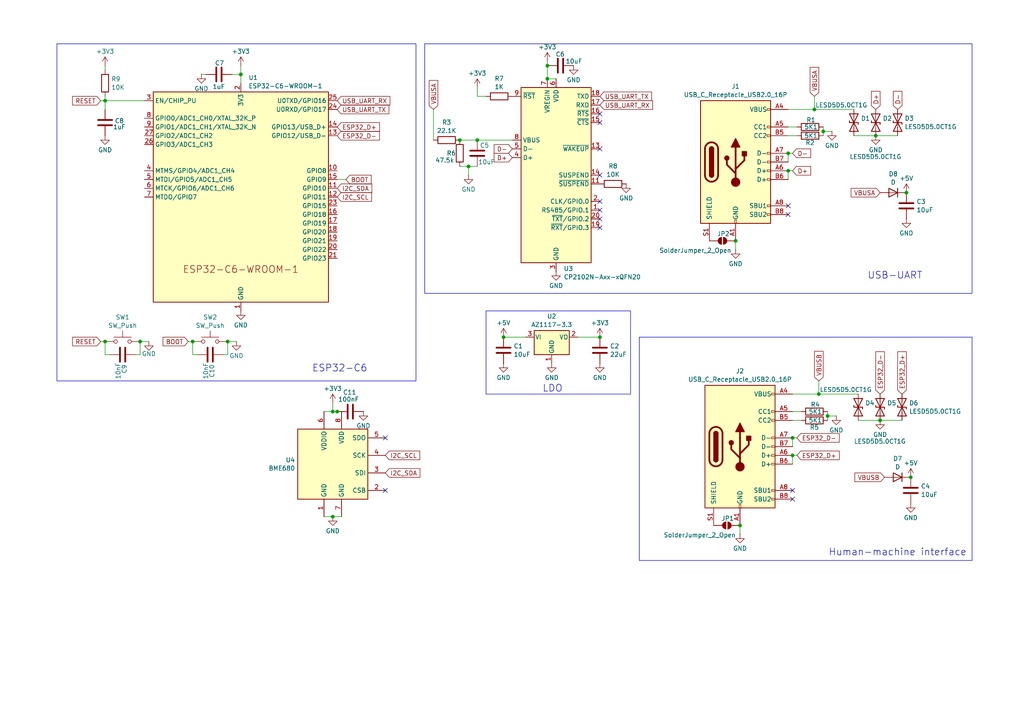
<source format=kicad_sch>
(kicad_sch (version 20231120) (generator "eeschema") (generator_version "8.0")
  (paper "A4")
  (lib_symbols
    (symbol "Connector:USB_C_Receptacle_USB2.0_16P" (pin_names (offset 1.016))
      (property "Reference" "J" (at 0 22.225 0))
      (property "Value" "USB_C_Receptacle_USB2.0_16P" (at 0 19.685 0))
      (symbol "USB_C_Receptacle_USB2.0_16P_0_0"
        (rectangle (start -0.254 -17.78) (end 0.254 -16.764))
        (rectangle (start 10.16 -14.986) (end 9.144 -15.494))
        (rectangle (start 10.16 -12.446) (end 9.144 -12.954))
        (rectangle (start 10.16 -4.826) (end 9.144 -5.334))
        (rectangle (start 10.16 -2.286) (end 9.144 -2.794))
        (rectangle (start 10.16 0.254) (end 9.144 -0.254))
        (rectangle (start 10.16 2.794) (end 9.144 2.286))
        (rectangle (start 10.16 7.874) (end 9.144 7.366))
        (rectangle (start 10.16 10.414) (end 9.144 9.906))
        (rectangle (start 10.16 15.494) (end 9.144 14.986))
      )
      (symbol "USB_C_Receptacle_USB2.0_16P_0_1"
        (rectangle (start -10.16 17.78) (end 10.16 -17.78) (stroke (width 0.254)) (fill (type background)))
        (arc (start -8.89 -3.81) (mid -6.985 -5.7067) (end -5.08 -3.81) (stroke (width 0.508)))
        (arc (start -7.62 -3.81) (mid -6.985 -4.4423) (end -6.35 -3.81) (stroke (width 0.254)))
        (arc (start -7.62 -3.81) (mid -6.985 -4.4423) (end -6.35 -3.81) (stroke (width 0.254)) (fill (type outline)))
        (rectangle (start -7.62 -3.81) (end -6.35 3.81) (stroke (width 0.254)) (fill (type outline)))
        (arc (start -6.35 3.81) (mid -6.985 4.4423) (end -7.62 3.81) (stroke (width 0.254)))
        (arc (start -6.35 3.81) (mid -6.985 4.4423) (end -7.62 3.81) (stroke (width 0.254)) (fill (type outline)))
        (arc (start -5.08 3.81) (mid -6.985 5.7067) (end -8.89 3.81) (stroke (width 0.508)))
        (circle (center -2.54 1.143) (radius 0.635) (stroke (width 0.254)) (fill (type outline)))
        (circle (center 0 -5.842) (radius 1.27) (fill (type outline)))
        (polyline (pts (xy -8.89 -3.81) (xy -8.89 3.81)) (stroke (width 0.508)))
        (polyline (pts (xy -5.08 3.81) (xy -5.08 -3.81)) (stroke (width 0.508)))
        (polyline (pts (xy 0 -5.842) (xy 0 4.318)) (stroke (width 0.508)))
        (polyline (pts (xy 0 -3.302) (xy -2.54 -0.762) (xy -2.54 0.508)) (stroke (width 0.508)))
        (polyline (pts (xy 0 -2.032) (xy 2.54 0.508) (xy 2.54 1.778)) (stroke (width 0.508)))
        (polyline (pts (xy -1.27 4.318) (xy 0 6.858) (xy 1.27 4.318) (xy -1.27 4.318)) (stroke (width 0.254)) (fill (type outline)))
        (rectangle (start 1.905 1.778) (end 3.175 3.048) (stroke (width 0.254)) (fill (type outline)))
      )
      (symbol "USB_C_Receptacle_USB2.0_16P_1_1"
        (pin passive line (at 0 -22.86 90) (length 5.08) (name "GND") (number "A1"))
        (pin passive line (at 0 -22.86 90) (length 5.08) hide (name "GND") (number "A12"))
        (pin passive line (at 15.24 15.24 180) (length 5.08) (name "VBUS") (number "A4"))
        (pin bidirectional line (at 15.24 10.16 180) (length 5.08) (name "CC1") (number "A5"))
        (pin bidirectional line (at 15.24 -2.54 180) (length 5.08) (name "D+") (number "A6"))
        (pin bidirectional line (at 15.24 2.54 180) (length 5.08) (name "D-") (number "A7"))
        (pin bidirectional line (at 15.24 -12.7 180) (length 5.08) (name "SBU1") (number "A8"))
        (pin passive line (at 15.24 15.24 180) (length 5.08) hide (name "VBUS") (number "A9"))
        (pin passive line (at 0 -22.86 90) (length 5.08) hide (name "GND") (number "B1"))
        (pin passive line (at 0 -22.86 90) (length 5.08) hide (name "GND") (number "B12"))
        (pin passive line (at 15.24 15.24 180) (length 5.08) hide (name "VBUS") (number "B4"))
        (pin bidirectional line (at 15.24 7.62 180) (length 5.08) (name "CC2") (number "B5"))
        (pin bidirectional line (at 15.24 -5.08 180) (length 5.08) (name "D+") (number "B6"))
        (pin bidirectional line (at 15.24 0 180) (length 5.08) (name "D-") (number "B7"))
        (pin bidirectional line (at 15.24 -15.24 180) (length 5.08) (name "SBU2") (number "B8"))
        (pin passive line (at 15.24 15.24 180) (length 5.08) hide (name "VBUS") (number "B9"))
        (pin passive line (at -7.62 -22.86 90) (length 5.08) (name "SHIELD") (number "S1"))
      )
    )
    (symbol "Device:C" (pin_numbers hide) (pin_names (offset 0.254))
      (property "Reference" "C" (at 0.635 2.54 0))
      (property "Value" "C" (at 0.635 -2.54 0))
      (symbol "C_0_1"
        (polyline (pts (xy -2.032 -0.762) (xy 2.032 -0.762)) (stroke (width 0.508)))
        (polyline (pts (xy -2.032 0.762) (xy 2.032 0.762)) (stroke (width 0.508)))
      )
      (symbol "C_1_1"
        (pin passive line (at 0 3.81 270) (length 2.794) (name "~") (number "1"))
        (pin passive line (at 0 -3.81 90) (length 2.794) (name "~") (number "2"))
      )
    )
    (symbol "Device:D" (pin_numbers hide) (pin_names (offset 1.016) hide)
      (property "Reference" "D" (at 0 2.54 0))
      (property "Value" "D" (at 0 -2.54 0))
      (symbol "D_0_1"
        (polyline (pts (xy -1.27 1.27) (xy -1.27 -1.27)) (stroke (width 0.254)))
        (polyline (pts (xy 1.27 0) (xy -1.27 0)))
        (polyline (pts (xy 1.27 1.27) (xy 1.27 -1.27) (xy -1.27 0) (xy 1.27 1.27)) (stroke (width 0.254)))
      )
      (symbol "D_1_1"
        (pin passive line (at -3.81 0 0) (length 2.54) (name "K") (number "1"))
        (pin passive line (at 3.81 0 180) (length 2.54) (name "A") (number "2"))
      )
    )
    (symbol "Device:R" (pin_numbers hide) (pin_names (offset 0))
      (property "Reference" "R" (at 2.032 0 90))
      (property "Value" "R" (at 0 0 90))
      (symbol "R_0_1"
        (rectangle (start -1.016 -2.54) (end 1.016 2.54) (stroke (width 0.254)))
      )
      (symbol "R_1_1"
        (pin passive line (at 0 3.81 270) (length 1.27) (name "~") (number "1"))
        (pin passive line (at 0 -3.81 90) (length 1.27) (name "~") (number "2"))
      )
    )
    (symbol "Diode:1.5KExxCA" (pin_numbers hide) (pin_names (offset 1.016) hide)
      (property "Reference" "D" (at 0 2.54 0))
      (property "Value" "1.5KExxCA" (at 0 -2.54 0))
      (symbol "1.5KExxCA_0_1"
        (polyline (pts (xy 1.27 0) (xy -1.27 0)))
        (polyline (pts (xy -2.54 -1.27) (xy 0 0) (xy -2.54 1.27) (xy -2.54 -1.27)) (stroke (width 0.254)))
        (polyline (pts (xy 0.508 1.27) (xy 0 1.27) (xy 0 -1.27) (xy -0.508 -1.27)) (stroke (width 0.254)))
        (polyline (pts (xy 2.54 1.27) (xy 2.54 -1.27) (xy 0 0) (xy 2.54 1.27)) (stroke (width 0.254)))
      )
      (symbol "1.5KExxCA_1_1"
        (pin passive line (at -3.81 0 0) (length 2.54) (name "A1") (number "1"))
        (pin passive line (at 3.81 0 180) (length 2.54) (name "A2") (number "2"))
      )
    )
    (symbol "Interface_USB:CP2102N-Axx-xQFN20"
      (property "Reference" "U" (at -8.89 26.67 0))
      (property "Value" "CP2102N-Axx-xQFN20" (at 12.7 26.67 0))
      (symbol "CP2102N-Axx-xQFN20_0_1"
        (rectangle (start -10.16 25.4) (end 10.16 -25.4) (stroke (width 0.254)) (fill (type background)))
      )
      (symbol "CP2102N-Axx-xQFN20_1_1"
        (pin bidirectional line (at 12.7 -10.16 180) (length 2.54) (name "RS485/GPIO.1") (number "1"))
        (pin no_connect line (at -10.16 -22.86 0) (length 2.54) hide (name "NC") (number "10"))
        (pin output line (at 12.7 -2.54 180) (length 2.54) (name "~{SUSPEND}") (number "11"))
        (pin passive line (at 0 -27.94 90) (length 2.54) hide (name "GND") (number "12"))
        (pin input line (at 12.7 7.62 180) (length 2.54) (name "~{WAKEUP}") (number "13"))
        (pin output line (at 12.7 0 180) (length 2.54) (name "SUSPEND") (number "14"))
        (pin input line (at 12.7 15.24 180) (length 2.54) (name "~{CTS}") (number "15"))
        (pin output line (at 12.7 17.78 180) (length 2.54) (name "~{RTS}") (number "16"))
        (pin input line (at 12.7 20.32 180) (length 2.54) (name "RXD") (number "17"))
        (pin output line (at 12.7 22.86 180) (length 2.54) (name "TXD") (number "18"))
        (pin bidirectional line (at 12.7 -15.24 180) (length 2.54) (name "~{RXT}/GPIO.3") (number "19"))
        (pin bidirectional line (at 12.7 -7.62 180) (length 2.54) (name "CLK/GPIO.0") (number "2"))
        (pin bidirectional line (at 12.7 -12.7 180) (length 2.54) (name "~{TXT}/GPIO.2") (number "20"))
        (pin passive line (at 0 -27.94 90) (length 2.54) hide (name "GND") (number "21"))
        (pin power_in line (at 0 -27.94 90) (length 2.54) (name "GND") (number "3"))
        (pin bidirectional line (at -12.7 5.08 0) (length 2.54) (name "D+") (number "4"))
        (pin bidirectional line (at -12.7 7.62 0) (length 2.54) (name "D-") (number "5"))
        (pin power_in line (at 0 27.94 270) (length 2.54) (name "VDD") (number "6"))
        (pin power_in line (at -2.54 27.94 270) (length 2.54) (name "VREGIN") (number "7"))
        (pin input line (at -12.7 10.16 0) (length 2.54) (name "VBUS") (number "8"))
        (pin input line (at -12.7 22.86 0) (length 2.54) (name "~{RST}") (number "9"))
      )
    )
    (symbol "Jumper:SolderJumper_2_Open" (pin_numbers hide) (pin_names (offset 0) hide) (exclude_from_sim yes) (in_bom no)
      (property "Reference" "JP" (at 0 2.032 0))
      (property "Value" "SolderJumper_2_Open" (at 0 -2.54 0))
      (symbol "SolderJumper_2_Open_0_1"
        (arc (start -0.254 1.016) (mid -1.2656 0) (end -0.254 -1.016))
        (arc (start -0.254 1.016) (mid -1.2656 0) (end -0.254 -1.016) (fill (type outline)))
        (polyline (pts (xy -0.254 1.016) (xy -0.254 -1.016)))
        (polyline (pts (xy 0.254 1.016) (xy 0.254 -1.016)))
        (arc (start 0.254 -1.016) (mid 1.2656 0) (end 0.254 1.016))
        (arc (start 0.254 -1.016) (mid 1.2656 0) (end 0.254 1.016) (fill (type outline)))
      )
      (symbol "SolderJumper_2_Open_1_1"
        (pin passive line (at -3.81 0 0) (length 2.54) (name "A") (number "1"))
        (pin passive line (at 3.81 0 180) (length 2.54) (name "B") (number "2"))
      )
    )
    (symbol "PCM_Espressif:ESP32-C6-WROOM-1"
      (property "Reference" "U" (at -25.4 35.56 0))
      (property "Value" "ESP32-C6-WROOM-1" (at -25.4 33.02 0))
      (symbol "ESP32-C6-WROOM-1_0_0"
        (text "ESP32-C6-WROOM-1" (at 0 -20.955 0) (effects (font (size 2 2))))
      )
      (symbol "ESP32-C6-WROOM-1_0_1"
        (rectangle (start -25.4 30.48) (end 25.4 -30.48) (stroke (width 0.254)) (fill (type background)))
      )
      (symbol "ESP32-C6-WROOM-1_1_1"
        (pin power_in line (at 0 -33.02 90) (length 2.54) (name "GND") (number "1"))
        (pin bidirectional line (at 27.94 7.62 180) (length 2.54) (name "GPIO8") (number "10"))
        (pin bidirectional line (at 27.94 2.54 180) (length 2.54) (name "GPIO10") (number "11"))
        (pin bidirectional line (at 27.94 0 180) (length 2.54) (name "GPIO11") (number "12"))
        (pin bidirectional line (at 27.94 17.78 180) (length 2.54) (name "GPIO12/USB_D-") (number "13"))
        (pin bidirectional line (at 27.94 20.32 180) (length 2.54) (name "GPIO13/USB_D+") (number "14"))
        (pin bidirectional line (at 27.94 5.08 180) (length 2.54) (name "GPIO9") (number "15"))
        (pin bidirectional line (at 27.94 -5.08 180) (length 2.54) (name "GPIO18") (number "16"))
        (pin bidirectional line (at 27.94 -7.62 180) (length 2.54) (name "GPIO19") (number "17"))
        (pin bidirectional line (at 27.94 -10.16 180) (length 2.54) (name "GPIO20") (number "18"))
        (pin bidirectional line (at 27.94 -12.7 180) (length 2.54) (name "GPIO21") (number "19"))
        (pin power_in line (at 0 33.02 270) (length 2.54) (name "3V3") (number "2"))
        (pin bidirectional line (at 27.94 -15.24 180) (length 2.54) (name "GPIO22") (number "20"))
        (pin bidirectional line (at 27.94 -17.78 180) (length 2.54) (name "GPIO23") (number "21"))
        (pin no_connect line (at -25.4 -12.7 0) (length 2.54) hide (name "NC") (number "22"))
        (pin bidirectional line (at 27.94 -2.54 180) (length 2.54) (name "GPIO15") (number "23"))
        (pin bidirectional line (at 27.94 25.4 180) (length 2.54) (name "U0RXD/GPIO17") (number "24"))
        (pin bidirectional line (at 27.94 27.94 180) (length 2.54) (name "U0TXD/GPIO16") (number "25"))
        (pin bidirectional line (at -27.94 15.24 0) (length 2.54) (name "GPIO3/ADC1_CH3") (number "26"))
        (pin bidirectional line (at -27.94 17.78 0) (length 2.54) (name "GPIO2/ADC1_CH2") (number "27"))
        (pin passive line (at 0 -33.02 90) (length 2.54) hide (name "GND") (number "28"))
        (pin passive line (at 0 -33.02 90) (length 2.54) hide (name "GND") (number "29"))
        (pin input line (at -27.94 27.94 0) (length 2.54) (name "EN/CHIP_PU") (number "3"))
        (pin bidirectional line (at -27.94 7.62 0) (length 2.54) (name "MTMS/GPIO4/ADC1_CH4") (number "4"))
        (pin bidirectional line (at -27.94 5.08 0) (length 2.54) (name "MTDI/GPIO5/ADC1_CH5") (number "5"))
        (pin bidirectional line (at -27.94 2.54 0) (length 2.54) (name "MTCK/GPIO6/ADC1_CH6") (number "6"))
        (pin bidirectional line (at -27.94 0 0) (length 2.54) (name "MTDO/GPIO7") (number "7"))
        (pin bidirectional line (at -27.94 22.86 0) (length 2.54) (name "GPIO0/ADC1_CH0/XTAL_32K_P") (number "8"))
        (pin bidirectional line (at -27.94 20.32 0) (length 2.54) (name "GPIO1/ADC1_CH1/XTAL_32K_N") (number "9"))
      )
    )
    (symbol "Regulator_Linear:AZ1117-3.3" (pin_names (offset 0.254))
      (property "Reference" "U" (at -3.81 3.175 0))
      (property "Value" "AZ1117-3.3" (at 0 3.175 0))
      (symbol "AZ1117-3.3_0_1"
        (rectangle (start -5.08 1.905) (end 5.08 -5.08) (stroke (width 0.254)) (fill (type background)))
      )
      (symbol "AZ1117-3.3_1_1"
        (pin power_in line (at 0 -7.62 90) (length 2.54) (name "GND") (number "1"))
        (pin power_out line (at 7.62 0 180) (length 2.54) (name "VO") (number "2"))
        (pin power_in line (at -7.62 0 0) (length 2.54) (name "VI") (number "3"))
      )
    )
    (symbol "Sensor:BME680"
      (property "Reference" "U" (at -8.89 11.43 0))
      (property "Value" "BME680" (at 7.62 11.43 0))
      (symbol "BME680_0_1"
        (rectangle (start -10.16 10.16) (end 10.16 -10.16) (stroke (width 0.254)) (fill (type background)))
      )
      (symbol "BME680_1_1"
        (pin power_in line (at -2.54 -15.24 90) (length 5.08) (name "GND") (number "1"))
        (pin input line (at 15.24 -7.62 180) (length 5.08) (name "CSB") (number "2"))
        (pin bidirectional line (at 15.24 -2.54 180) (length 5.08) (name "SDI") (number "3"))
        (pin input line (at 15.24 2.54 180) (length 5.08) (name "SCK") (number "4"))
        (pin bidirectional line (at 15.24 7.62 180) (length 5.08) (name "SDO") (number "5"))
        (pin power_in line (at -2.54 15.24 270) (length 5.08) (name "VDDIO") (number "6"))
        (pin power_in line (at 2.54 -15.24 90) (length 5.08) (name "GND") (number "7"))
        (pin power_in line (at 2.54 15.24 270) (length 5.08) (name "VDD") (number "8"))
      )
    )
    (symbol "Switch:SW_Push" (pin_numbers hide) (pin_names (offset 1.016) hide)
      (property "Reference" "SW" (at 1.27 2.54 0))
      (property "Value" "SW_Push" (at 0 -1.524 0))
      (symbol "SW_Push_0_1"
        (circle (center -2.032 0) (radius 0.508))
        (polyline (pts (xy 0 1.27) (xy 0 3.048)))
        (polyline (pts (xy 2.54 1.27) (xy -2.54 1.27)))
        (circle (center 2.032 0) (radius 0.508))
        (pin passive line (at -5.08 0 0) (length 2.54) (name "1") (number "1"))
        (pin passive line (at 5.08 0 180) (length 2.54) (name "2") (number "2"))
      )
    )
    (symbol "power:+3V3" (power) (pin_numbers hide) (pin_names (offset 0) hide)
      (property "Value" "+3V3" (at 0 3.556 0))
      (symbol "+3V3_0_1"
        (polyline (pts (xy -0.762 1.27) (xy 0 2.54)))
        (polyline (pts (xy 0 0) (xy 0 2.54)))
        (polyline (pts (xy 0 2.54) (xy 0.762 1.27)))
      )
      (symbol "+3V3_1_1"
        (pin power_in line (at 0 0 90) (length 0) (name "~") (number "1"))
      )
    )
    (symbol "power:+5V" (power) (pin_numbers hide) (pin_names (offset 0) hide)
      (property "Value" "+5V" (at 0 3.556 0))
      (symbol "+5V_0_1"
        (polyline (pts (xy -0.762 1.27) (xy 0 2.54)))
        (polyline (pts (xy 0 0) (xy 0 2.54)))
        (polyline (pts (xy 0 2.54) (xy 0.762 1.27)))
      )
      (symbol "+5V_1_1"
        (pin power_in line (at 0 0 90) (length 0) (name "~") (number "1"))
      )
    )
    (symbol "power:GND" (power) (pin_numbers hide) (pin_names (offset 0) hide)
      (property "Value" "GND" (at 0 -3.81 0))
      (symbol "GND_0_1"
        (polyline (pts (xy 0 0) (xy 0 -1.27) (xy 1.27 -1.27) (xy 0 -2.54) (xy -1.27 -1.27) (xy 0 -1.27)))
      )
      (symbol "GND_1_1"
        (pin power_in line (at 0 0 270) (length 0) (name "~") (number "1"))
      )
    )
  )
  (junction (at 69.85 21.59))
  (junction (at 173.99 97.79))
  (junction (at 158.75 22.86))
  (junction (at 214.63 152.4))
  (junction (at 264.16 138.43))
  (junction (at 229.87 127))
  (junction (at 96.52 119.38))
  (junction (at 158.75 19.05))
  (junction (at 255.27 121.92))
  (junction (at 30.48 29.21))
  (junction (at 55.88 99.06))
  (junction (at 236.22 31.75))
  (junction (at 138.43 40.64))
  (junction (at 135.89 48.26))
  (junction (at 229.87 132.08))
  (junction (at 96.52 149.86))
  (junction (at 238.76 38.1))
  (junction (at 228.6 44.45))
  (junction (at 97.79 119.38))
  (junction (at 237.49 114.3))
  (junction (at 228.6 49.53))
  (junction (at 30.48 99.06))
  (junction (at 40.64 99.06))
  (junction (at 146.05 97.79))
  (junction (at 133.35 40.64))
  (junction (at 240.03 120.65))
  (junction (at 213.36 69.85))
  (junction (at 262.89 55.88))
  (junction (at 66.04 99.06))
  (junction (at 254 39.37))
  (no_connect (at 228.6 59.69))
  (no_connect (at 173.99 66.04))
  (no_connect (at 173.99 35.56))
  (no_connect (at 173.99 33.02))
  (no_connect (at 111.76 142.24))
  (no_connect (at 173.99 43.18))
  (no_connect (at 173.99 60.96))
  (no_connect (at 229.87 144.78))
  (no_connect (at 173.99 63.5))
  (no_connect (at 229.87 142.24))
  (no_connect (at 173.99 58.42))
  (no_connect (at 111.76 127))
  (no_connect (at 173.99 50.8))
  (no_connect (at 228.6 62.23))
  (wire (pts (xy 69.85 19.05) (xy 69.85 21.59)))
  (wire (pts (xy 40.64 99.06) (xy 40.64 102.87)))
  (wire (pts (xy 66.04 102.87) (xy 66.04 99.06)))
  (wire (pts (xy 96.52 119.38) (xy 97.79 119.38)))
  (wire (pts (xy 158.75 19.05) (xy 158.75 22.86)))
  (wire (pts (xy 100.33 52.07) (xy 97.79 52.07)))
  (wire (pts (xy 248.92 114.3) (xy 237.49 114.3)))
  (wire (pts (xy 240.03 119.38) (xy 240.03 120.65)))
  (wire (pts (xy 240.03 120.65) (xy 242.57 120.65)))
  (wire (pts (xy 64.77 102.87) (xy 66.04 102.87)))
  (wire (pts (xy 229.87 132.08) (xy 229.87 134.62)))
  (wire (pts (xy 229.87 114.3) (xy 237.49 114.3)))
  (wire (pts (xy 228.6 36.83) (xy 231.14 36.83)))
  (wire (pts (xy 96.52 119.38) (xy 93.98 119.38)))
  (wire (pts (xy 236.22 31.75) (xy 236.22 27.94)))
  (wire (pts (xy 55.88 102.87) (xy 57.15 102.87)))
  (wire (pts (xy 158.75 17.78) (xy 158.75 19.05)))
  (wire (pts (xy 228.6 49.53) (xy 228.6 52.07)))
  (wire (pts (xy 213.36 69.85) (xy 213.36 72.39)))
  (wire (pts (xy 97.79 119.38) (xy 99.06 119.38)))
  (wire (pts (xy 99.06 149.86) (xy 96.52 149.86)))
  (wire (pts (xy 229.87 127) (xy 231.14 127)))
  (wire (pts (xy 58.42 21.59) (xy 59.69 21.59)))
  (wire (pts (xy 138.43 25.4) (xy 138.43 27.94)))
  (wire (pts (xy 40.64 102.87) (xy 39.37 102.87)))
  (wire (pts (xy 54.61 99.06) (xy 55.88 99.06)))
  (wire (pts (xy 229.87 119.38) (xy 232.41 119.38)))
  (wire (pts (xy 229.87 132.08) (xy 231.14 132.08)))
  (wire (pts (xy 146.05 97.79) (xy 152.4 97.79)))
  (wire (pts (xy 30.48 27.94) (xy 30.48 29.21)))
  (wire (pts (xy 96.52 149.86) (xy 93.98 149.86)))
  (wire (pts (xy 255.27 121.92) (xy 248.92 121.92)))
  (wire (pts (xy 238.76 38.1) (xy 241.3 38.1)))
  (wire (pts (xy 254 39.37) (xy 247.65 39.37)))
  (wire (pts (xy 261.62 121.92) (xy 255.27 121.92)))
  (wire (pts (xy 228.6 44.45) (xy 228.6 46.99)))
  (wire (pts (xy 43.18 99.06) (xy 40.64 99.06)))
  (wire (pts (xy 247.65 31.75) (xy 236.22 31.75)))
  (wire (pts (xy 240.03 120.65) (xy 240.03 121.92)))
  (wire (pts (xy 133.35 48.26) (xy 135.89 48.26)))
  (wire (pts (xy 237.49 114.3) (xy 237.49 110.49)))
  (wire (pts (xy 67.31 21.59) (xy 69.85 21.59)))
  (wire (pts (xy 55.88 99.06) (xy 55.88 102.87)))
  (wire (pts (xy 228.6 39.37) (xy 231.14 39.37)))
  (wire (pts (xy 96.52 116.84) (xy 96.52 119.38)))
  (wire (pts (xy 30.48 31.75) (xy 30.48 29.21)))
  (wire (pts (xy 138.43 40.64) (xy 148.59 40.64)))
  (wire (pts (xy 69.85 21.59) (xy 69.85 24.13)))
  (wire (pts (xy 30.48 99.06) (xy 30.48 102.87)))
  (wire (pts (xy 125.73 31.75) (xy 125.73 40.64)))
  (wire (pts (xy 133.35 40.64) (xy 138.43 40.64)))
  (wire (pts (xy 135.89 50.8) (xy 135.89 48.26)))
  (wire (pts (xy 214.63 152.4) (xy 214.63 154.94)))
  (wire (pts (xy 228.6 49.53) (xy 229.87 49.53)))
  (wire (pts (xy 229.87 121.92) (xy 232.41 121.92)))
  (wire (pts (xy 238.76 36.83) (xy 238.76 38.1)))
  (wire (pts (xy 228.6 31.75) (xy 236.22 31.75)))
  (wire (pts (xy 29.21 29.21) (xy 30.48 29.21)))
  (wire (pts (xy 30.48 19.05) (xy 30.48 20.32)))
  (wire (pts (xy 135.89 48.26) (xy 138.43 48.26)))
  (wire (pts (xy 138.43 27.94) (xy 140.97 27.94)))
  (wire (pts (xy 229.87 127) (xy 229.87 129.54)))
  (wire (pts (xy 30.48 29.21) (xy 41.91 29.21)))
  (wire (pts (xy 260.35 39.37) (xy 254 39.37)))
  (wire (pts (xy 68.58 99.06) (xy 66.04 99.06)))
  (wire (pts (xy 238.76 38.1) (xy 238.76 39.37)))
  (wire (pts (xy 29.21 99.06) (xy 30.48 99.06)))
  (wire (pts (xy 158.75 22.86) (xy 161.29 22.86)))
  (wire (pts (xy 30.48 102.87) (xy 31.75 102.87)))
  (wire (pts (xy 173.99 97.79) (xy 167.64 97.79)))
  (wire (pts (xy 228.6 44.45) (xy 229.87 44.45)))
  (rectangle (start 123.19 12.7) (end 281.94 85.09))
  (rectangle (start 140.97 90.17) (end 182.88 114.3))
  (rectangle (start 185.42 97.79) (end 281.94 162.56))
  (rectangle (start 16.51 12.7) (end 120.65 110.49))
  (text "ESP32-C6\n" (at 98.552 106.934 0) (effects (font (size 2 2))))
  (text "USB-UART" (at 259.588 80.01 0) (effects (font (size 2 2))))
  (text "LDO" (at 160.274 112.776 0) (effects (font (size 2 2))))
  (text "Human-machine interface" (at 260.35 160.274 0) (effects (font (size 2 2))))
  (global_label "I2C_SCL" (shape input) (at 97.79 57.15 0) (property "Intersheetrefs" "${INTERSHEET_REFS}" (effects (hide yes))))
  (global_label "D+" (shape input) (at 229.87 49.53 0) (property "Intersheetrefs" "${INTERSHEET_REFS}" (effects (hide yes))))
  (global_label "D-" (shape input) (at 229.87 44.45 0) (property "Intersheetrefs" "${INTERSHEET_REFS}" (effects (hide yes))))
  (global_label "BOOT" (shape input) (at 54.61 99.06 180) (property "Intersheetrefs" "${INTERSHEET_REFS}" (effects (hide yes))))
  (global_label "RESET" (shape input) (at 29.21 29.21 180) (property "Intersheetrefs" "${INTERSHEET_REFS}" (effects (hide yes))))
  (global_label "USB_UART_TX" (shape input) (at 97.79 31.75 0) (property "Intersheetrefs" "${INTERSHEET_REFS}" (effects (hide yes))))
  (global_label "USB_UART_RX" (shape input) (at 173.99 30.48 0) (property "Intersheetrefs" "${INTERSHEET_REFS}" (effects (hide yes))))
  (global_label "D+" (shape input) (at 254 31.75 90) (property "Intersheetrefs" "${INTERSHEET_REFS}" (effects (hide yes))))
  (global_label "BOOT" (shape input) (at 100.33 52.07 0) (property "Intersheetrefs" "${INTERSHEET_REFS}" (effects (hide yes))))
  (global_label "ESP32_D+" (shape input) (at 261.62 114.3 90) (property "Intersheetrefs" "${INTERSHEET_REFS}" (effects (hide yes))))
  (global_label "VBUSA" (shape input) (at 255.27 55.88 180) (property "Intersheetrefs" "${INTERSHEET_REFS}" (effects (hide yes))))
  (global_label "I2C_SDA" (shape input) (at 111.76 137.16 0) (property "Intersheetrefs" "${INTERSHEET_REFS}" (effects (hide yes))))
  (global_label "VBUSA" (shape input) (at 236.22 27.94 90) (property "Intersheetrefs" "${INTERSHEET_REFS}" (effects (hide yes))))
  (global_label "ESP32_D-" (shape input) (at 97.79 39.37 0) (property "Intersheetrefs" "${INTERSHEET_REFS}" (effects (hide yes))))
  (global_label "I2C_SDA" (shape input) (at 97.79 54.61 0) (property "Intersheetrefs" "${INTERSHEET_REFS}" (effects (hide yes))))
  (global_label "ESP32_D-" (shape input) (at 255.27 114.3 90) (property "Intersheetrefs" "${INTERSHEET_REFS}" (effects (hide yes))))
  (global_label "D-" (shape input) (at 260.35 31.75 90) (property "Intersheetrefs" "${INTERSHEET_REFS}" (effects (hide yes))))
  (global_label "VBUSB" (shape input) (at 237.49 110.49 90) (property "Intersheetrefs" "${INTERSHEET_REFS}" (effects (hide yes))))
  (global_label "VBUSA" (shape input) (at 125.73 31.75 90) (property "Intersheetrefs" "${INTERSHEET_REFS}" (effects (hide yes))))
  (global_label "ESP32_D-" (shape input) (at 231.14 127 0) (property "Intersheetrefs" "${INTERSHEET_REFS}" (effects (hide yes))))
  (global_label "ESP32_D+" (shape input) (at 231.14 132.08 0) (property "Intersheetrefs" "${INTERSHEET_REFS}" (effects (hide yes))))
  (global_label "D+" (shape input) (at 148.59 45.72 180) (property "Intersheetrefs" "${INTERSHEET_REFS}" (effects (hide yes))))
  (global_label "ESP32_D+" (shape input) (at 97.79 36.83 0) (property "Intersheetrefs" "${INTERSHEET_REFS}" (effects (hide yes))))
  (global_label "RESET" (shape input) (at 29.21 99.06 180) (property "Intersheetrefs" "${INTERSHEET_REFS}" (effects (hide yes))))
  (global_label "USB_UART_RX" (shape input) (at 97.79 29.21 0) (property "Intersheetrefs" "${INTERSHEET_REFS}" (effects (hide yes))))
  (global_label "VBUSB" (shape input) (at 256.54 138.43 180) (property "Intersheetrefs" "${INTERSHEET_REFS}" (effects (hide yes))))
  (global_label "I2C_SCL" (shape input) (at 111.76 132.08 0) (property "Intersheetrefs" "${INTERSHEET_REFS}" (effects (hide yes))))
  (global_label "USB_UART_TX" (shape input) (at 173.99 27.94 0) (property "Intersheetrefs" "${INTERSHEET_REFS}" (effects (hide yes))))
  (global_label "D-" (shape input) (at 148.59 43.18 180) (property "Intersheetrefs" "${INTERSHEET_REFS}" (effects (hide yes))))
  (symbol (lib_id "power:GND") (at 161.29 78.74 0) (unit 1)
    (property "Reference" "#PWR016" (effects (hide yes)))
    (property "Value" "GND" (at 161.29 82.8731 0))
    (property "Description" "Power symbol creates a global label with name \"GND\" , ground" (effects (hide yes)))
  )
  (symbol (lib_id "Interface_USB:CP2102N-Axx-xQFN20") (at 161.29 50.8 0) (unit 1)
    (property "Reference" "U3" (at 163.4841 77.9201 0) (effects (justify left)))
    (property "Value" "CP2102N-Axx-xQFN20" (at 163.4841 80.3444 0) (effects (justify left)))
    (property "Footprint" "Package_DFN_QFN:SiliconLabs_QFN-20-1EP_3x3mm_P0.5mm" (effects (hide yes)))
    (property "Datasheet" "https://www.silabs.com/documents/public/data-sheets/cp2102n-datasheet.pdf" (effects (hide yes)))
    (property "Description" "USB to UART master bridge, QFN-20" (effects (hide yes)))
  )
  (symbol (lib_id "Sensor:BME680") (at 96.52 134.62 0) (unit 1)
    (property "Reference" "U4" (at 85.5981 133.4078 0) (effects (justify right)))
    (property "Value" "BME680" (at 85.5981 135.8321 0) (effects (justify right)))
    (property "Footprint" "Package_LGA:Bosch_LGA-8_3x3mm_P0.8mm_ClockwisePinNumbering" (effects (hide yes)))
    (property "Datasheet" "https://ae-bst.resource.bosch.com/media/_tech/media/datasheets/BST-BME680-DS001.pdf" (effects (hide yes)))
    (property "Description" "4-in-1 sensor, gas, humidity, pressure, temperature, I2C and SPI interface, 1.71-3.6V, LGA-8" (effects (hide yes)))
  )
  (symbol (lib_id "Regulator_Linear:AZ1117-3.3") (at 160.02 97.79 0) (unit 1)
    (property "Reference" "U2" (at 160.02 91.7405 0))
    (property "Value" "AZ1117-3.3" (at 160.02 94.1648 0))
    (property "Datasheet" "https://www.diodes.com/assets/Datasheets/AZ1117.pdf" (effects (hide yes)))
    (property "Description" "1A 20V Fixed LDO Linear Regulator, 3.3V, SOT-89/SOT-223/TO-220/TO-252/TO-263" (effects (hide yes)))
  )
  (symbol (lib_id "Device:R") (at 129.54 40.64 90) (unit 1)
    (property "Reference" "R3" (at 129.54 35.4795 90))
    (property "Value" "22.1K" (at 129.54 37.9038 90))
    (property "Description" "Resistor" (effects (hide yes)))
  )
  (symbol (lib_id "power:GND") (at 242.57 120.65 0) (unit 1)
    (property "Reference" "#PWR06" (effects (hide yes)))
    (property "Value" "GND" (at 242.57 124.7831 0))
    (property "Description" "Power symbol creates a global label with name \"GND\" , ground" (effects (hide yes)))
  )
  (symbol (lib_id "Device:C") (at 162.56 19.05 90) (unit 1)
    (property "Reference" "C6" (at 163.83 15.748 90) (effects (justify left)))
    (property "Value" "10uF" (at 168.91 17.78 90) (effects (justify left)))
    (property "Description" "Unpolarized capacitor" (effects (hide yes)))
  )
  (symbol (lib_id "Device:R") (at 236.22 119.38 90) (unit 1)
    (property "Reference" "R4" (at 236.474 117.348 90))
    (property "Value" "5K1" (at 236.474 119.38 90))
    (property "Description" "Resistor" (effects (hide yes)))
  )
  (symbol (lib_id "Device:D") (at 259.08 55.88 180) (unit 1)
    (property "Reference" "D8" (at 259.08 50.4655 0))
    (property "Value" "D" (at 259.08 52.8898 0))
    (property "Description" "Diode" (effects (hide yes)))
    (property "Sim.Device" "D" (effects (hide yes)))
    (property "Sim.Pins" "1=K 2=A" (effects (hide yes)))
  )
  (symbol (lib_id "power:GND") (at 264.16 146.05 0) (unit 1)
    (property "Reference" "#PWR013" (effects (hide yes)))
    (property "Value" "GND" (at 264.16 150.1831 0))
    (property "Description" "Power symbol creates a global label with name \"GND\" , ground" (effects (hide yes)))
  )
  (symbol (lib_id "Jumper:SolderJumper_2_Open") (at 210.82 152.4 0) (unit 1) (exclude_from_sim yes) (in_bom no)
    (property "Reference" "JP1" (at 211.074 150.368 0))
    (property "Value" "SolderJumper_2_Open" (at 202.946 155.194 0))
    (property "Description" "Solder Jumper, 2-pole, open" (effects (hide yes)))
  )
  (symbol (lib_id "power:GND") (at 135.89 50.8 0) (unit 1)
    (property "Reference" "#PWR017" (effects (hide yes)))
    (property "Value" "GND" (at 135.89 54.9331 0))
    (property "Description" "Power symbol creates a global label with name \"GND\" , ground" (effects (hide yes)))
  )
  (symbol (lib_id "power:GND") (at 241.3 38.1 0) (unit 1)
    (property "Reference" "#PWR08" (effects (hide yes)))
    (property "Value" "GND" (at 241.3 42.2331 0))
    (property "Description" "Power symbol creates a global label with name \"GND\" , ground" (effects (hide yes)))
  )
  (symbol (lib_id "power:GND") (at 96.52 149.86 0) (unit 1)
    (property "Reference" "#PWR030" (effects (hide yes)))
    (property "Value" "GND" (at 96.52 153.9931 0))
    (property "Description" "Power symbol creates a global label with name \"GND\" , ground" (effects (hide yes)))
  )
  (symbol (lib_id "Device:R") (at 177.8 53.34 90) (unit 1)
    (property "Reference" "R8" (at 177.8 48.1795 90))
    (property "Value" "10K" (at 177.8 50.6038 90))
    (property "Description" "Resistor" (effects (hide yes)))
  )
  (symbol (lib_id "Device:R") (at 234.95 36.83 90) (unit 1)
    (property "Reference" "R1" (at 235.204 34.798 90))
    (property "Value" "5K1" (at 235.204 36.83 90))
    (property "Description" "Resistor" (effects (hide yes)))
  )
  (symbol (lib_id "power:GND") (at 166.37 19.05 0) (unit 1)
    (property "Reference" "#PWR020" (effects (hide yes)))
    (property "Value" "GND" (at 166.37 23.1831 0))
    (property "Description" "Power symbol creates a global label with name \"GND\" , ground" (effects (hide yes)))
  )
  (symbol (lib_id "power:+3V3") (at 30.48 19.05 0) (unit 1)
    (property "Reference" "#PWR025" (effects (hide yes)))
    (property "Value" "+3V3" (at 30.48 14.9169 0))
    (property "Description" "Power symbol creates a global label with name \"+3V3\"" (effects (hide yes)))
  )
  (symbol (lib_id "power:+3V3") (at 158.75 17.78 0) (unit 1)
    (property "Reference" "#PWR019" (effects (hide yes)))
    (property "Value" "+3V3" (at 158.75 13.6469 0))
    (property "Description" "Power symbol creates a global label with name \"+3V3\"" (effects (hide yes)))
  )
  (symbol (lib_id "power:GND") (at 213.36 72.39 0) (unit 1)
    (property "Reference" "#PWR05" (effects (hide yes)))
    (property "Value" "GND" (at 213.36 76.5231 0))
    (property "Description" "Power symbol creates a global label with name \"GND\" , ground" (effects (hide yes)))
  )
  (symbol (lib_id "power:GND") (at 173.99 105.41 0) (unit 1)
    (property "Reference" "#PWR02" (effects (hide yes)))
    (property "Value" "GND" (at 173.99 109.5431 0))
    (property "Description" "Power symbol creates a global label with name \"GND\" , ground" (effects (hide yes)))
  )
  (symbol (lib_id "Device:C") (at 262.89 59.69 0) (unit 1)
    (property "Reference" "C3" (at 265.811 58.4778 0) (effects (justify left)))
    (property "Value" "10uF" (at 265.811 60.9021 0) (effects (justify left)))
    (property "Description" "Unpolarized capacitor" (effects (hide yes)))
  )
  (symbol (lib_id "power:GND") (at 254 39.37 0) (unit 1)
    (property "Reference" "#PWR07" (effects (hide yes)))
    (property "Value" "GND" (at 254 43.5031 0))
    (property "Description" "Power symbol creates a global label with name \"GND\" , ground" (effects (hide yes)))
  )
  (symbol (lib_id "power:GND") (at 146.05 105.41 0) (unit 1)
    (property "Reference" "#PWR01" (effects (hide yes)))
    (property "Value" "GND" (at 146.05 109.5431 0))
    (property "Description" "Power symbol creates a global label with name \"GND\" , ground" (effects (hide yes)))
  )
  (symbol (lib_id "power:GND") (at 255.27 121.92 0) (unit 1)
    (property "Reference" "#PWR09" (effects (hide yes)))
    (property "Value" "GND" (at 255.27 126.0531 0))
    (property "Description" "Power symbol creates a global label with name \"GND\" , ground" (effects (hide yes)))
  )
  (symbol (lib_id "power:GND") (at 105.41 119.38 0) (unit 1)
    (property "Reference" "#PWR031" (effects (hide yes)))
    (property "Value" "GND" (at 105.41 123.5131 0))
    (property "Description" "Power symbol creates a global label with name \"GND\" , ground" (effects (hide yes)))
  )
  (symbol (lib_id "Diode:1.5KExxCA") (at 260.35 35.56 90) (unit 1)
    (property "Reference" "D3" (at 262.382 34.3478 90) (effects (justify right)))
    (property "Value" "LESD5D5.0CT1G" (at 262.382 36.7721 90) (effects (justify right)))
    (property "Footprint" "Diode_THT:D_DO-201AE_P15.24mm_Horizontal" (effects (hide yes)))
    (property "Datasheet" "https://www.vishay.com/docs/88301/15ke.pdf" (effects (hide yes)))
    (property "Description" "1500W bidirectional TVS diode, DO-201AE" (effects (hide yes)))
  )
  (symbol (lib_id "power:+3V3") (at 96.52 116.84 0) (unit 1)
    (property "Reference" "#PWR029" (effects (hide yes)))
    (property "Value" "+3V3" (at 96.52 112.7069 0))
    (property "Description" "Power symbol creates a global label with name \"+3V3\"" (effects (hide yes)))
  )
  (symbol (lib_id "power:+5V") (at 146.05 97.79 0) (unit 1)
    (property "Reference" "#PWR015" (effects (hide yes)))
    (property "Value" "+5V" (at 146.05 93.6569 0))
    (property "Description" "Power symbol creates a global label with name \"+5V\"" (effects (hide yes)))
  )
  (symbol (lib_id "PCM_Espressif:ESP32-C6-WROOM-1") (at 69.85 57.15 0) (unit 1)
    (property "Reference" "U1" (at 72.0441 22.5255 0) (effects (justify left)))
    (property "Value" "ESP32-C6-WROOM-1" (at 72.0441 24.9498 0) (effects (justify left)))
    (property "Footprint" "PCM_Espressif:ESP32-C6-WROOM-1" (effects (hide yes)))
    (property "Datasheet" "https://www.espressif.com/sites/default/files/documentation/esp32-c6-wroom-1_wroom-1u_datasheet_en.pdf" (effects (hide yes)))
    (property "Description" "ESP32-C6-WROOM-1/U is a module that supports 2.4 GHz Wi-Fi 6 (802.11 ax), Bluetooth® 5 (LE), Zigbee and Thread (802.15.4)" (effects (hide yes)))
  )
  (symbol (lib_id "Connector:USB_C_Receptacle_USB2.0_16P") (at 213.36 46.99 0) (unit 1)
    (property "Reference" "J1" (at 213.36 25.0655 0))
    (property "Value" "USB_C_Receptacle_USB2.0_16P" (at 213.36 27.4898 0))
    (property "Datasheet" "https://www.usb.org/sites/default/files/documents/usb_type-c.zip" (effects (hide yes)))
    (property "Description" "USB 2.0-only 16P Type-C Receptacle connector" (effects (hide yes)))
  )
  (symbol (lib_id "power:GND") (at 214.63 154.94 0) (unit 1)
    (property "Reference" "#PWR010" (effects (hide yes)))
    (property "Value" "GND" (at 214.63 159.0731 0))
    (property "Description" "Power symbol creates a global label with name \"GND\" , ground" (effects (hide yes)))
  )
  (symbol (lib_id "power:GND") (at 262.89 63.5 0) (unit 1)
    (property "Reference" "#PWR012" (effects (hide yes)))
    (property "Value" "GND" (at 262.89 67.6331 0))
    (property "Description" "Power symbol creates a global label with name \"GND\" , ground" (effects (hide yes)))
  )
  (symbol (lib_id "Connector:USB_C_Receptacle_USB2.0_16P") (at 214.63 129.54 0) (unit 1)
    (property "Reference" "J2" (at 214.63 107.6155 0))
    (property "Value" "USB_C_Receptacle_USB2.0_16P" (at 214.63 110.0398 0))
    (property "Datasheet" "https://www.usb.org/sites/default/files/documents/usb_type-c.zip" (effects (hide yes)))
    (property "Description" "USB 2.0-only 16P Type-C Receptacle connector" (effects (hide yes)))
  )
  (symbol (lib_id "Diode:1.5KExxCA") (at 261.62 118.11 90) (unit 1)
    (property "Reference" "D6" (at 263.652 116.8978 90) (effects (justify right)))
    (property "Value" "LESD5D5.0CT1G" (at 263.652 119.3221 90) (effects (justify right)))
    (property "Footprint" "Diode_THT:D_DO-201AE_P15.24mm_Horizontal" (effects (hide yes)))
    (property "Datasheet" "https://www.vishay.com/docs/88301/15ke.pdf" (effects (hide yes)))
    (property "Description" "1500W bidirectional TVS diode, DO-201AE" (effects (hide yes)))
  )
  (symbol (lib_id "Device:C") (at 60.96 102.87 270) (unit 1)
    (property "Reference" "C10" (at 61.468 105.664 0) (effects (justify left)))
    (property "Value" "10nF" (at 59.69 105.156 0) (effects (justify left)))
    (property "Description" "Unpolarized capacitor" (effects (hide yes)))
  )
  (symbol (lib_id "power:GND") (at 69.85 90.17 0) (unit 1)
    (property "Reference" "#PWR022" (effects (hide yes)))
    (property "Value" "GND" (at 69.85 94.3031 0))
    (property "Description" "Power symbol creates a global label with name \"GND\" , ground" (effects (hide yes)))
  )
  (symbol (lib_id "power:GND") (at 181.61 53.34 0) (unit 1)
    (property "Reference" "#PWR021" (effects (hide yes)))
    (property "Value" "GND" (at 181.61 57.4731 0))
    (property "Description" "Power symbol creates a global label with name \"GND\" , ground" (effects (hide yes)))
  )
  (symbol (lib_id "Device:C") (at 30.48 35.56 0) (unit 1)
    (property "Reference" "C8" (at 33.274 35.052 0) (effects (justify left)))
    (property "Value" "1uF" (at 32.766 36.83 0) (effects (justify left)))
    (property "Description" "Unpolarized capacitor" (effects (hide yes)))
  )
  (symbol (lib_id "Device:C") (at 264.16 142.24 0) (unit 1)
    (property "Reference" "C4" (at 267.081 141.0278 0) (effects (justify left)))
    (property "Value" "10uF" (at 267.081 143.4521 0) (effects (justify left)))
    (property "Description" "Unpolarized capacitor" (effects (hide yes)))
  )
  (symbol (lib_id "Device:C") (at 63.5 21.59 90) (unit 1)
    (property "Reference" "C7" (at 65.024 18.288 90) (effects (justify left)))
    (property "Value" "1uF" (at 65.278 25.146 90) (effects (justify left)))
    (property "Description" "Unpolarized capacitor" (effects (hide yes)))
  )
  (symbol (lib_id "power:+3V3") (at 173.99 97.79 0) (unit 1)
    (property "Reference" "#PWR04" (effects (hide yes)))
    (property "Value" "+3V3" (at 173.99 93.6569 0))
    (property "Description" "Power symbol creates a global label with name \"+3V3\"" (effects (hide yes)))
  )
  (symbol (lib_id "power:GND") (at 58.42 21.59 0) (unit 1)
    (property "Reference" "#PWR024" (effects (hide yes)))
    (property "Value" "GND" (at 58.42 25.7231 0))
    (property "Description" "Power symbol creates a global label with name \"GND\" , ground" (effects (hide yes)))
  )
  (symbol (lib_id "Diode:1.5KExxCA") (at 248.92 118.11 90) (unit 1)
    (property "Reference" "D4" (at 250.952 116.8978 90) (effects (justify right)))
    (property "Value" "LESD5D5.0CT1G" (at 237.744 113.03 90) (effects (justify right)))
    (property "Footprint" "Diode_THT:D_DO-201AE_P15.24mm_Horizontal" (effects (hide yes)))
    (property "Datasheet" "https://www.vishay.com/docs/88301/15ke.pdf" (effects (hide yes)))
    (property "Description" "1500W bidirectional TVS diode, DO-201AE" (effects (hide yes)))
  )
  (symbol (lib_id "Device:R") (at 234.95 39.37 90) (unit 1)
    (property "Reference" "R2" (at 234.95 41.402 90))
    (property "Value" "5K1" (at 235.204 39.37 90))
    (property "Description" "Resistor" (effects (hide yes)))
  )
  (symbol (lib_id "Device:C") (at 138.43 44.45 0) (unit 1)
    (property "Reference" "C5" (at 139.192 42.164 0) (effects (justify left)))
    (property "Value" "10uF" (at 138.684 46.99 0) (effects (justify left)))
    (property "Description" "Unpolarized capacitor" (effects (hide yes)))
  )
  (symbol (lib_id "Device:R") (at 133.35 44.45 180) (unit 1)
    (property "Reference" "R6" (at 129.54 44.45 0) (effects (justify right)))
    (property "Value" "47.5k" (at 126.238 46.482 0) (effects (justify right)))
    (property "Description" "Resistor" (effects (hide yes)))
  )
  (symbol (lib_id "power:+5V") (at 264.16 138.43 0) (unit 1)
    (property "Reference" "#PWR014" (effects (hide yes)))
    (property "Value" "+5V" (at 264.16 134.2969 0))
    (property "Description" "Power symbol creates a global label with name \"+5V\"" (effects (hide yes)))
  )
  (symbol (lib_id "Device:R") (at 30.48 24.13 0) (unit 1)
    (property "Reference" "R9" (at 32.258 22.9178 0) (effects (justify left)))
    (property "Value" "10K" (at 32.258 25.3421 0) (effects (justify left)))
    (property "Description" "Resistor" (effects (hide yes)))
  )
  (symbol (lib_id "Switch:SW_Push") (at 35.56 99.06 0) (unit 1)
    (property "Reference" "SW1" (at 35.56 91.9945 0))
    (property "Value" "SW_Push" (at 35.56 94.4188 0))
    (property "Description" "Push button switch, generic, two pins" (effects (hide yes)))
  )
  (symbol (lib_id "power:GND") (at 30.48 39.37 0) (unit 1)
    (property "Reference" "#PWR026" (effects (hide yes)))
    (property "Value" "GND" (at 30.48 43.5031 0))
    (property "Description" "Power symbol creates a global label with name \"GND\" , ground" (effects (hide yes)))
  )
  (symbol (lib_id "Device:D") (at 260.35 138.43 180) (unit 1)
    (property "Reference" "D7" (at 260.35 133.0155 0))
    (property "Value" "D" (at 260.35 135.4398 0))
    (property "Description" "Diode" (effects (hide yes)))
    (property "Sim.Device" "D" (effects (hide yes)))
    (property "Sim.Pins" "1=K 2=A" (effects (hide yes)))
  )
  (symbol (lib_id "Device:C") (at 173.99 101.6 0) (unit 1)
    (property "Reference" "C2" (at 176.911 100.3878 0) (effects (justify left)))
    (property "Value" "22uF" (at 176.911 102.8121 0) (effects (justify left)))
    (property "Description" "Unpolarized capacitor" (effects (hide yes)))
  )
  (symbol (lib_id "Jumper:SolderJumper_2_Open") (at 209.55 69.85 0) (unit 1) (exclude_from_sim yes) (in_bom no)
    (property "Reference" "JP2" (at 209.804 67.818 0))
    (property "Value" "SolderJumper_2_Open" (at 201.676 72.644 0))
    (property "Description" "Solder Jumper, 2-pole, open" (effects (hide yes)))
  )
  (symbol (lib_id "Diode:1.5KExxCA") (at 254 35.56 90) (unit 1)
    (property "Reference" "D2" (at 256.032 34.3478 90) (effects (justify right)))
    (property "Value" "LESD5D5.0CT1G" (at 246.38 45.466 90) (effects (justify right)))
    (property "Footprint" "Diode_THT:D_DO-201AE_P15.24mm_Horizontal" (effects (hide yes)))
    (property "Datasheet" "https://www.vishay.com/docs/88301/15ke.pdf" (effects (hide yes)))
    (property "Description" "1500W bidirectional TVS diode, DO-201AE" (effects (hide yes)))
  )
  (symbol (lib_id "power:GND") (at 160.02 105.41 0) (unit 1)
    (property "Reference" "#PWR03" (effects (hide yes)))
    (property "Value" "GND" (at 160.02 109.5431 0))
    (property "Description" "Power symbol creates a global label with name \"GND\" , ground" (effects (hide yes)))
  )
  (symbol (lib_id "power:+5V") (at 262.89 55.88 0) (unit 1)
    (property "Reference" "#PWR011" (effects (hide yes)))
    (property "Value" "+5V" (at 262.89 51.7469 0))
    (property "Description" "Power symbol creates a global label with name \"+5V\"" (effects (hide yes)))
  )
  (symbol (lib_id "power:GND") (at 43.18 99.06 0) (unit 1)
    (property "Reference" "#PWR028" (effects (hide yes)))
    (property "Value" "GND" (at 43.18 102.616 0))
    (property "Description" "Power symbol creates a global label with name \"GND\" , ground" (effects (hide yes)))
  )
  (symbol (lib_id "Diode:1.5KExxCA") (at 247.65 35.56 90) (unit 1)
    (property "Reference" "D1" (at 249.682 34.3478 90) (effects (justify right)))
    (property "Value" "LESD5D5.0CT1G" (at 236.474 30.48 90) (effects (justify right)))
    (property "Footprint" "Diode_THT:D_DO-201AE_P15.24mm_Horizontal" (effects (hide yes)))
    (property "Datasheet" "https://www.vishay.com/docs/88301/15ke.pdf" (effects (hide yes)))
    (property "Description" "1500W bidirectional TVS diode, DO-201AE" (effects (hide yes)))
  )
  (symbol (lib_id "power:+3V3") (at 69.85 19.05 0) (unit 1)
    (property "Reference" "#PWR023" (effects (hide yes)))
    (property "Value" "+3V3" (at 69.85 14.9169 0))
    (property "Description" "Power symbol creates a global label with name \"+3V3\"" (effects (hide yes)))
  )
  (symbol (lib_id "Device:R") (at 144.78 27.94 90) (unit 1)
    (property "Reference" "R7" (at 144.78 22.7795 90))
    (property "Value" "1K" (at 144.78 25.2038 90))
    (property "Description" "Resistor" (effects (hide yes)))
  )
  (symbol (lib_id "power:+3V3") (at 138.43 25.4 0) (unit 1)
    (property "Reference" "#PWR018" (effects (hide yes)))
    (property "Value" "+3V3" (at 138.43 21.2669 0))
    (property "Description" "Power symbol creates a global label with name \"+3V3\"" (effects (hide yes)))
  )
  (symbol (lib_id "power:GND") (at 68.58 99.06 0) (unit 1)
    (property "Reference" "#PWR027" (effects (hide yes)))
    (property "Value" "GND" (at 68.58 103.1931 0))
    (property "Description" "Power symbol creates a global label with name \"GND\" , ground" (effects (hide yes)))
  )
  (symbol (lib_id "Device:C") (at 146.05 101.6 0) (unit 1)
    (property "Reference" "C1" (at 148.971 100.3878 0) (effects (justify left)))
    (property "Value" "10uF" (at 148.971 102.8121 0) (effects (justify left)))
    (property "Description" "Unpolarized capacitor" (effects (hide yes)))
  )
  (symbol (lib_id "Device:R") (at 236.22 121.92 90) (unit 1)
    (property "Reference" "R5" (at 236.22 123.952 90))
    (property "Value" "5K1" (at 236.474 121.92 90))
    (property "Description" "Resistor" (effects (hide yes)))
  )
  (symbol (lib_id "Device:C") (at 101.6 119.38 90) (unit 1)
    (property "Reference" "C11" (at 103.378 113.792 90) (effects (justify left)))
    (property "Value" "100nF" (at 104.14 115.824 90) (effects (justify left)))
    (property "Description" "Unpolarized capacitor" (effects (hide yes)))
  )
  (symbol (lib_id "Device:C") (at 35.56 102.87 270) (unit 1)
    (property "Reference" "C9" (at 36.068 105.664 0) (effects (justify left)))
    (property "Value" "10nF" (at 34.29 105.156 0) (effects (justify left)))
    (property "Description" "Unpolarized capacitor" (effects (hide yes)))
  )
  (symbol (lib_id "Diode:1.5KExxCA") (at 255.27 118.11 90) (unit 1)
    (property "Reference" "D5" (at 257.302 116.8978 90) (effects (justify right)))
    (property "Value" "LESD5D5.0CT1G" (at 247.65 128.016 90) (effects (justify right)))
    (property "Footprint" "Diode_THT:D_DO-201AE_P15.24mm_Horizontal" (effects (hide yes)))
    (property "Datasheet" "https://www.vishay.com/docs/88301/15ke.pdf" (effects (hide yes)))
    (property "Description" "1500W bidirectional TVS diode, DO-201AE" (effects (hide yes)))
  )
  (symbol (lib_id "Switch:SW_Push") (at 60.96 99.06 0) (unit 1)
    (property "Reference" "SW2" (at 60.96 91.9945 0))
    (property "Value" "SW_Push" (at 60.96 94.4188 0))
    (property "Description" "Push button switch, generic, two pins" (effects (hide yes)))
  )
)
</source>
